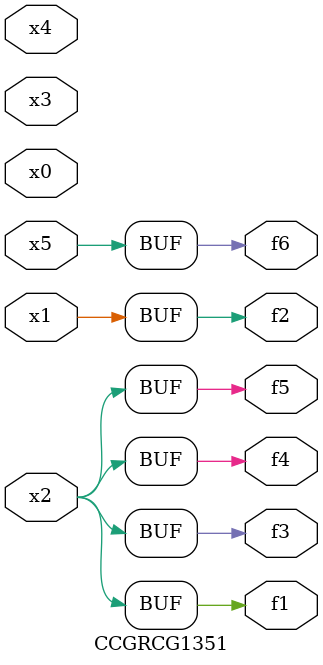
<source format=v>
module CCGRCG1351(
	input x0, x1, x2, x3, x4, x5,
	output f1, f2, f3, f4, f5, f6
);
	assign f1 = x2;
	assign f2 = x1;
	assign f3 = x2;
	assign f4 = x2;
	assign f5 = x2;
	assign f6 = x5;
endmodule

</source>
